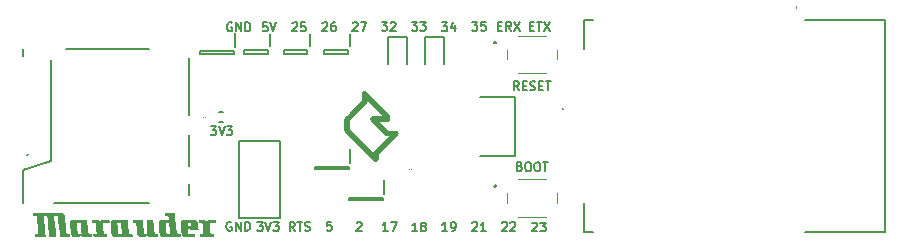
<source format=gbr>
%TF.GenerationSoftware,KiCad,Pcbnew,(6.0.8)*%
%TF.CreationDate,2023-01-02T13:08:22-05:00*%
%TF.ProjectId,WiFi-Devboard-Pro,57694669-2d44-4657-9662-6f6172642d50,rev?*%
%TF.SameCoordinates,Original*%
%TF.FileFunction,Legend,Top*%
%TF.FilePolarity,Positive*%
%FSLAX46Y46*%
G04 Gerber Fmt 4.6, Leading zero omitted, Abs format (unit mm)*
G04 Created by KiCad (PCBNEW (6.0.8)) date 2023-01-02 13:08:22*
%MOMM*%
%LPD*%
G01*
G04 APERTURE LIST*
%ADD10C,0.000000*%
%ADD11C,0.150000*%
%ADD12C,0.200000*%
%ADD13C,0.100000*%
G04 APERTURE END LIST*
D10*
G36*
X122559859Y-108083539D02*
G01*
X122559515Y-108068957D01*
X122559436Y-108055605D01*
X122559624Y-108043385D01*
X122560078Y-108032200D01*
X122560799Y-108021951D01*
X122561787Y-108012540D01*
X122563044Y-108003869D01*
X122564568Y-107995840D01*
X122566361Y-107988355D01*
X122568422Y-107981316D01*
X122570754Y-107974625D01*
X122573355Y-107968184D01*
X122576226Y-107961895D01*
X122579368Y-107955659D01*
X122582781Y-107949379D01*
X122586466Y-107942957D01*
X122594652Y-107929293D01*
X122609810Y-107905417D01*
X122624239Y-107884318D01*
X122638517Y-107865824D01*
X122653224Y-107849765D01*
X122668942Y-107835972D01*
X122686249Y-107824272D01*
X122705725Y-107814496D01*
X122727949Y-107806473D01*
X122753503Y-107800033D01*
X122782965Y-107795004D01*
X122816916Y-107791217D01*
X122855935Y-107788501D01*
X122900602Y-107786686D01*
X122951497Y-107785600D01*
X123074289Y-107784936D01*
X123407241Y-107784936D01*
X123400256Y-107638251D01*
X123393271Y-107493894D01*
X123251242Y-107486909D01*
X123109214Y-107479924D01*
X123092915Y-107372821D01*
X123087786Y-107329092D01*
X123083311Y-107288419D01*
X123081524Y-107270729D01*
X123080146Y-107255604D01*
X123079259Y-107243644D01*
X123078945Y-107235449D01*
X123079973Y-107230863D01*
X123083242Y-107226695D01*
X123089029Y-107222931D01*
X123097608Y-107219551D01*
X123109257Y-107216540D01*
X123124252Y-107213880D01*
X123165385Y-107209547D01*
X123223216Y-107206413D01*
X123299955Y-107204344D01*
X123397814Y-107203203D01*
X123519001Y-107202853D01*
X123956727Y-107202853D01*
X123986996Y-107533476D01*
X124066159Y-108413586D01*
X124115054Y-108960744D01*
X124257083Y-108967729D01*
X124281729Y-108969002D01*
X124303422Y-108970271D01*
X124322373Y-108971643D01*
X124338793Y-108973223D01*
X124346120Y-108974124D01*
X124352893Y-108975116D01*
X124359140Y-108976213D01*
X124364886Y-108977429D01*
X124370158Y-108978776D01*
X124374983Y-108980267D01*
X124379386Y-108981916D01*
X124383395Y-108983736D01*
X124387035Y-108985741D01*
X124390333Y-108987942D01*
X124393316Y-108990355D01*
X124396009Y-108992991D01*
X124398440Y-108995864D01*
X124400635Y-108998987D01*
X124402621Y-109002374D01*
X124404422Y-109006037D01*
X124406067Y-109009991D01*
X124407582Y-109014247D01*
X124408992Y-109018820D01*
X124410325Y-109023723D01*
X124412864Y-109034569D01*
X124415410Y-109046892D01*
X124418015Y-109062631D01*
X124420539Y-109079817D01*
X124422899Y-109097929D01*
X124425013Y-109116451D01*
X124426801Y-109134864D01*
X124428178Y-109152650D01*
X124429065Y-109169289D01*
X124429379Y-109184264D01*
X124429379Y-109251786D01*
X123544612Y-109251786D01*
X123544612Y-109170294D01*
X123544532Y-109162089D01*
X123544298Y-109154091D01*
X123543921Y-109146346D01*
X123543411Y-109138898D01*
X123542779Y-109131791D01*
X123542034Y-109125069D01*
X123541186Y-109118777D01*
X123540247Y-109112959D01*
X123539225Y-109107659D01*
X123538132Y-109102923D01*
X123536978Y-109098793D01*
X123535772Y-109095315D01*
X123535153Y-109093834D01*
X123534526Y-109092532D01*
X123533890Y-109091416D01*
X123533248Y-109090490D01*
X123532601Y-109089760D01*
X123531951Y-109089232D01*
X123531297Y-109088911D01*
X123530643Y-109088803D01*
X123529682Y-109088917D01*
X123528548Y-109089258D01*
X123525786Y-109090594D01*
X123522396Y-109092762D01*
X123518419Y-109095715D01*
X123513896Y-109099404D01*
X123508869Y-109103782D01*
X123497463Y-109114414D01*
X123484530Y-109127229D01*
X123470396Y-109141845D01*
X123455390Y-109157879D01*
X123439837Y-109174951D01*
X123363002Y-109263427D01*
X122843784Y-109263427D01*
X122739009Y-109153996D01*
X122728266Y-109142138D01*
X122717895Y-109130185D01*
X122707939Y-109118205D01*
X122698445Y-109106265D01*
X122689455Y-109094435D01*
X122681014Y-109082782D01*
X122673167Y-109071374D01*
X122665957Y-109060280D01*
X122659430Y-109049569D01*
X122653629Y-109039307D01*
X122648599Y-109029564D01*
X122644384Y-109020408D01*
X122641028Y-109011906D01*
X122638576Y-109004128D01*
X122637073Y-108997140D01*
X122636691Y-108993965D01*
X122636562Y-108991013D01*
X122622301Y-108816096D01*
X122592324Y-108471794D01*
X122577813Y-108318606D01*
X122572121Y-108256259D01*
X122567476Y-108202362D01*
X122563882Y-108156133D01*
X122562480Y-108135649D01*
X122561342Y-108116787D01*
X122561163Y-108113231D01*
X123148795Y-108113231D01*
X123151915Y-108166514D01*
X123160218Y-108266646D01*
X123186048Y-108542517D01*
X123213625Y-108810967D01*
X123224111Y-108901822D01*
X123230287Y-108942118D01*
X123232115Y-108945911D01*
X123234976Y-108949434D01*
X123238866Y-108952692D01*
X123243784Y-108955687D01*
X123249725Y-108958423D01*
X123256685Y-108960903D01*
X123264662Y-108963131D01*
X123273652Y-108965110D01*
X123283652Y-108966843D01*
X123294657Y-108968334D01*
X123306666Y-108969586D01*
X123319673Y-108970603D01*
X123348673Y-108971945D01*
X123381629Y-108972386D01*
X123402383Y-108972299D01*
X123421056Y-108972017D01*
X123437751Y-108971511D01*
X123445389Y-108971164D01*
X123452570Y-108970749D01*
X123459308Y-108970262D01*
X123465616Y-108969700D01*
X123471506Y-108969058D01*
X123476991Y-108968334D01*
X123482083Y-108967522D01*
X123486796Y-108966620D01*
X123491143Y-108965623D01*
X123495135Y-108964528D01*
X123498787Y-108963330D01*
X123502110Y-108962026D01*
X123505118Y-108960612D01*
X123507823Y-108959084D01*
X123510238Y-108957439D01*
X123512376Y-108955672D01*
X123514250Y-108953780D01*
X123515872Y-108951758D01*
X123517255Y-108949604D01*
X123518413Y-108947312D01*
X123519357Y-108944880D01*
X123520101Y-108942304D01*
X123520658Y-108939579D01*
X123521039Y-108936702D01*
X123521259Y-108933669D01*
X123521329Y-108930476D01*
X123518491Y-108886056D01*
X123510851Y-108793395D01*
X123486404Y-108518361D01*
X123461957Y-108246237D01*
X123454317Y-108156560D01*
X123452216Y-108129143D01*
X123451479Y-108115559D01*
X123450930Y-108112176D01*
X123449273Y-108109011D01*
X123446491Y-108106064D01*
X123442566Y-108103335D01*
X123437481Y-108100825D01*
X123431220Y-108098533D01*
X123423764Y-108096460D01*
X123415099Y-108094604D01*
X123405205Y-108092967D01*
X123394066Y-108091548D01*
X123381666Y-108090348D01*
X123367986Y-108089366D01*
X123336722Y-108088056D01*
X123300137Y-108087619D01*
X123282322Y-108087728D01*
X123265558Y-108088051D01*
X123249857Y-108088586D01*
X123235235Y-108089329D01*
X123221704Y-108090277D01*
X123209278Y-108091426D01*
X123197970Y-108092772D01*
X123187795Y-108094313D01*
X123178766Y-108096045D01*
X123174685Y-108096982D01*
X123170896Y-108097965D01*
X123167401Y-108098994D01*
X123164200Y-108100069D01*
X123161296Y-108101189D01*
X123158691Y-108102353D01*
X123156385Y-108103562D01*
X123154382Y-108104815D01*
X123152682Y-108106111D01*
X123151287Y-108107451D01*
X123150199Y-108108833D01*
X123149420Y-108110257D01*
X123148952Y-108111723D01*
X123148795Y-108113231D01*
X122561163Y-108113231D01*
X122560468Y-108099450D01*
X122559859Y-108083539D01*
G37*
G36*
X126240822Y-107789593D02*
G01*
X126513237Y-107796578D01*
X126520221Y-107882726D01*
X126521147Y-107891777D01*
X126522172Y-107900566D01*
X126523286Y-107909047D01*
X126524478Y-107917178D01*
X126525739Y-107924913D01*
X126527057Y-107932207D01*
X126528423Y-107939018D01*
X126529827Y-107945300D01*
X126531257Y-107951009D01*
X126532705Y-107956100D01*
X126534160Y-107960530D01*
X126535611Y-107964254D01*
X126536332Y-107965837D01*
X126537049Y-107967227D01*
X126537759Y-107968419D01*
X126538463Y-107969406D01*
X126539157Y-107970184D01*
X126539842Y-107970746D01*
X126540516Y-107971088D01*
X126541178Y-107971203D01*
X126542888Y-107970719D01*
X126545370Y-107969302D01*
X126548575Y-107966997D01*
X126552455Y-107963854D01*
X126562050Y-107955241D01*
X126573773Y-107943845D01*
X126587243Y-107930047D01*
X126602077Y-107914231D01*
X126617894Y-107896778D01*
X126634310Y-107878069D01*
X126715802Y-107784936D01*
X127425944Y-107784936D01*
X127439913Y-107917651D01*
X127442305Y-107944399D01*
X127444206Y-107970111D01*
X127445562Y-107994186D01*
X127446317Y-108016023D01*
X127446452Y-108025915D01*
X127446417Y-108035022D01*
X127446204Y-108043271D01*
X127445808Y-108050584D01*
X127445220Y-108056888D01*
X127444434Y-108062107D01*
X127443444Y-108066167D01*
X127442870Y-108067739D01*
X127442242Y-108068992D01*
X127439511Y-108070736D01*
X127434034Y-108072467D01*
X127415430Y-108075832D01*
X127387604Y-108078979D01*
X127351728Y-108081798D01*
X127308977Y-108084181D01*
X127260523Y-108086019D01*
X127207540Y-108087201D01*
X127151201Y-108087619D01*
X126874128Y-108087619D01*
X126874128Y-108185409D01*
X126874865Y-108212408D01*
X126876966Y-108250348D01*
X126884606Y-108352176D01*
X126895738Y-108477142D01*
X126909054Y-108611494D01*
X126933501Y-108846365D01*
X126941141Y-108921563D01*
X126943978Y-108953759D01*
X126944168Y-108954632D01*
X126944730Y-108955504D01*
X126946939Y-108957242D01*
X126950532Y-108958967D01*
X126955438Y-108960671D01*
X126961586Y-108962348D01*
X126968903Y-108963991D01*
X126986762Y-108967147D01*
X127008440Y-108970085D01*
X127033365Y-108972750D01*
X127060964Y-108975087D01*
X127090664Y-108977042D01*
X127235020Y-108984027D01*
X127242005Y-109116742D01*
X127248991Y-109251786D01*
X126664578Y-109251786D01*
X126503196Y-109251531D01*
X126434483Y-109251172D01*
X126373246Y-109250622D01*
X126319103Y-109249853D01*
X126271673Y-109248839D01*
X126230572Y-109247552D01*
X126195420Y-109245965D01*
X126165833Y-109244050D01*
X126141431Y-109241781D01*
X126131055Y-109240505D01*
X126121831Y-109239130D01*
X126113713Y-109237653D01*
X126106652Y-109236070D01*
X126100600Y-109234377D01*
X126095510Y-109232573D01*
X126091334Y-109230652D01*
X126088025Y-109228612D01*
X126085534Y-109226449D01*
X126083814Y-109224160D01*
X126082817Y-109221741D01*
X126082495Y-109219189D01*
X126082181Y-109210990D01*
X126081294Y-109198998D01*
X126078130Y-109165928D01*
X126068526Y-109079489D01*
X126052227Y-108972386D01*
X126338611Y-108972386D01*
X126338611Y-108883909D01*
X126336965Y-108835273D01*
X126332427Y-108761999D01*
X126317075Y-108568711D01*
X126297357Y-108358397D01*
X126278076Y-108185409D01*
X126266434Y-108087619D01*
X126143032Y-108087619D01*
X126130794Y-108087485D01*
X126118580Y-108087087D01*
X126106468Y-108086437D01*
X126094537Y-108085546D01*
X126082865Y-108084422D01*
X126071531Y-108083076D01*
X126060613Y-108081519D01*
X126050190Y-108079761D01*
X126040339Y-108077812D01*
X126031140Y-108075682D01*
X126022671Y-108073381D01*
X126015010Y-108070921D01*
X126008236Y-108068310D01*
X126002427Y-108065559D01*
X125997662Y-108062679D01*
X125995695Y-108061193D01*
X125994019Y-108059679D01*
X125991019Y-108056035D01*
X125988139Y-108051266D01*
X125985388Y-108045447D01*
X125982777Y-108038651D01*
X125980316Y-108030956D01*
X125978016Y-108022435D01*
X125975886Y-108013164D01*
X125973937Y-108003217D01*
X125972178Y-107992670D01*
X125970621Y-107981598D01*
X125968152Y-107958178D01*
X125966610Y-107933558D01*
X125966078Y-107908337D01*
X125966078Y-107782608D01*
X126240822Y-107789593D01*
G37*
G36*
X118489668Y-107978448D02*
G01*
X118492129Y-107959561D01*
X118494659Y-107954059D01*
X118497850Y-107948074D01*
X118501655Y-107941665D01*
X118506026Y-107934895D01*
X118510916Y-107927825D01*
X118516277Y-107920516D01*
X118522060Y-107913029D01*
X118528218Y-107905427D01*
X118534704Y-107897770D01*
X118541470Y-107890120D01*
X118548468Y-107882538D01*
X118555649Y-107875086D01*
X118562967Y-107867825D01*
X118570374Y-107860816D01*
X118577822Y-107854121D01*
X118585263Y-107847801D01*
X118659769Y-107784936D01*
X119297732Y-107784936D01*
X119476223Y-107785191D01*
X119552006Y-107785550D01*
X119619406Y-107786100D01*
X119678866Y-107786869D01*
X119730830Y-107787883D01*
X119775740Y-107789170D01*
X119814040Y-107790757D01*
X119846174Y-107792671D01*
X119872585Y-107794940D01*
X119883783Y-107796217D01*
X119893716Y-107797592D01*
X119902440Y-107799069D01*
X119910011Y-107800652D01*
X119916484Y-107802344D01*
X119921913Y-107804149D01*
X119926355Y-107806070D01*
X119929866Y-107808110D01*
X119932499Y-107810273D01*
X119934312Y-107812562D01*
X119935359Y-107814981D01*
X119935696Y-107817533D01*
X119950757Y-108020098D01*
X119984590Y-108397288D01*
X120020170Y-108765746D01*
X120033295Y-108889403D01*
X120040471Y-108942118D01*
X120042297Y-108945911D01*
X120045150Y-108949434D01*
X120049019Y-108952692D01*
X120053895Y-108955687D01*
X120059766Y-108958423D01*
X120066623Y-108960903D01*
X120074456Y-108963131D01*
X120083254Y-108965110D01*
X120093007Y-108966843D01*
X120103704Y-108968334D01*
X120115336Y-108969586D01*
X120127892Y-108970603D01*
X120155737Y-108971945D01*
X120187156Y-108972386D01*
X120324528Y-108972386D01*
X120340825Y-109060863D01*
X120343431Y-109078989D01*
X120345955Y-109098043D01*
X120348316Y-109117425D01*
X120350430Y-109136533D01*
X120352217Y-109154769D01*
X120353595Y-109171531D01*
X120354482Y-109186220D01*
X120354795Y-109198234D01*
X120354795Y-109251786D01*
X119472358Y-109251786D01*
X119456059Y-109167966D01*
X119439761Y-109081817D01*
X119365254Y-109172623D01*
X119288419Y-109263427D01*
X118773857Y-109263427D01*
X118680724Y-109172623D01*
X118670773Y-109162948D01*
X118661033Y-109153177D01*
X118651553Y-109143380D01*
X118642380Y-109133623D01*
X118633561Y-109123975D01*
X118625145Y-109114505D01*
X118617178Y-109105280D01*
X118609710Y-109096370D01*
X118602788Y-109087841D01*
X118596459Y-109079762D01*
X118590771Y-109072202D01*
X118585772Y-109065228D01*
X118581510Y-109058909D01*
X118578032Y-109053314D01*
X118575386Y-109048509D01*
X118573621Y-109044564D01*
X118567897Y-109018310D01*
X118561333Y-108974450D01*
X118546481Y-108844255D01*
X118530647Y-108674659D01*
X118515413Y-108486346D01*
X118502361Y-108299998D01*
X118493075Y-108136296D01*
X118492778Y-108127201D01*
X119074213Y-108127201D01*
X119077050Y-108173804D01*
X119084690Y-108269520D01*
X119109138Y-108553286D01*
X119133585Y-108829484D01*
X119141225Y-108917052D01*
X119144063Y-108953759D01*
X119144266Y-108954837D01*
X119144868Y-108955887D01*
X119147228Y-108957902D01*
X119151061Y-108959801D01*
X119156286Y-108961581D01*
X119162821Y-108963238D01*
X119170584Y-108964769D01*
X119189465Y-108967438D01*
X119212275Y-108969562D01*
X119238360Y-108971112D01*
X119267064Y-108972063D01*
X119297732Y-108972386D01*
X119453731Y-108972386D01*
X119439761Y-108848984D01*
X119422298Y-108669702D01*
X119397851Y-108406601D01*
X119369911Y-108087619D01*
X119223226Y-108087619D01*
X119200832Y-108087706D01*
X119180724Y-108087983D01*
X119162786Y-108088479D01*
X119154593Y-108088817D01*
X119146900Y-108089220D01*
X119139691Y-108089691D01*
X119132952Y-108090234D01*
X119126668Y-108090852D01*
X119120825Y-108091548D01*
X119115408Y-108092326D01*
X119110403Y-108093190D01*
X119105795Y-108094142D01*
X119101570Y-108095186D01*
X119097714Y-108096326D01*
X119094211Y-108097565D01*
X119091048Y-108098906D01*
X119088210Y-108100352D01*
X119085682Y-108101908D01*
X119083450Y-108103576D01*
X119081499Y-108105361D01*
X119079815Y-108107264D01*
X119078384Y-108109291D01*
X119077190Y-108111444D01*
X119076220Y-108113726D01*
X119075459Y-108116141D01*
X119074892Y-108118693D01*
X119074505Y-108121384D01*
X119074283Y-108124219D01*
X119074213Y-108127201D01*
X118492778Y-108127201D01*
X118489137Y-108015923D01*
X118489668Y-107978448D01*
G37*
G36*
X113178873Y-107184226D02*
G01*
X114405904Y-107191211D01*
X114489724Y-107256404D01*
X114498500Y-107263214D01*
X114507323Y-107270502D01*
X114516133Y-107278198D01*
X114524868Y-107286236D01*
X114533466Y-107294547D01*
X114541866Y-107303062D01*
X114550007Y-107311713D01*
X114557828Y-107320433D01*
X114565267Y-107329153D01*
X114572262Y-107337805D01*
X114578752Y-107346320D01*
X114584677Y-107354631D01*
X114589973Y-107362668D01*
X114594581Y-107370365D01*
X114598439Y-107377653D01*
X114601484Y-107384462D01*
X114607864Y-107412612D01*
X114616291Y-107468646D01*
X114637864Y-107651057D01*
X114663367Y-107905063D01*
X114689961Y-108204036D01*
X114755154Y-108960744D01*
X114906496Y-108972386D01*
X115057837Y-108984027D01*
X115064823Y-109116742D01*
X115071808Y-109251786D01*
X114641066Y-109251786D01*
X114499438Y-109251681D01*
X114441952Y-109251433D01*
X114392516Y-109250949D01*
X114370621Y-109250594D01*
X114350502Y-109250152D01*
X114332081Y-109249611D01*
X114315281Y-109248962D01*
X114300022Y-109248195D01*
X114286227Y-109247301D01*
X114273816Y-109246270D01*
X114262712Y-109245092D01*
X114252835Y-109243757D01*
X114244108Y-109242255D01*
X114236451Y-109240576D01*
X114233000Y-109239668D01*
X114229788Y-109238712D01*
X114226803Y-109237706D01*
X114224038Y-109236651D01*
X114221481Y-109235544D01*
X114219124Y-109234384D01*
X114216955Y-109233170D01*
X114214967Y-109231902D01*
X114213148Y-109230576D01*
X114211488Y-109229194D01*
X114209979Y-109227752D01*
X114208610Y-109226250D01*
X114207372Y-109224687D01*
X114206254Y-109223062D01*
X114205247Y-109221373D01*
X114204341Y-109219619D01*
X114202793Y-109215910D01*
X114201532Y-109211928D01*
X114200479Y-109207661D01*
X114199555Y-109203099D01*
X114198683Y-109198234D01*
X114189042Y-109120490D01*
X114172198Y-108946483D01*
X114126504Y-108413586D01*
X114080811Y-107866719D01*
X114063967Y-107677214D01*
X114054326Y-107580043D01*
X114040356Y-107482253D01*
X113891343Y-107482253D01*
X113876240Y-107482333D01*
X113861543Y-107482571D01*
X113847330Y-107482959D01*
X113833680Y-107483490D01*
X113820671Y-107484157D01*
X113808382Y-107484954D01*
X113796891Y-107485874D01*
X113786277Y-107486909D01*
X113776617Y-107488054D01*
X113767991Y-107489301D01*
X113760477Y-107490644D01*
X113754153Y-107492075D01*
X113749098Y-107493588D01*
X113747070Y-107494374D01*
X113745390Y-107495177D01*
X113744065Y-107495997D01*
X113743107Y-107496833D01*
X113742525Y-107497685D01*
X113742329Y-107498551D01*
X113812179Y-108318124D01*
X113839792Y-108634195D01*
X113861947Y-108903118D01*
X113876681Y-109096079D01*
X113882029Y-109184264D01*
X113882029Y-109251786D01*
X113590988Y-109251786D01*
X113544745Y-109251724D01*
X113503611Y-109251513D01*
X113467294Y-109251111D01*
X113450849Y-109250825D01*
X113435499Y-109250476D01*
X113421205Y-109250059D01*
X113407933Y-109249569D01*
X113395644Y-109249000D01*
X113384303Y-109248348D01*
X113373872Y-109247607D01*
X113364315Y-109246772D01*
X113355596Y-109245838D01*
X113347677Y-109244801D01*
X113340522Y-109243654D01*
X113334094Y-109242393D01*
X113328358Y-109241012D01*
X113323275Y-109239507D01*
X113318809Y-109237873D01*
X113316796Y-109237005D01*
X113314924Y-109236104D01*
X113313188Y-109235167D01*
X113311583Y-109234194D01*
X113310106Y-109233186D01*
X113308750Y-109232140D01*
X113307512Y-109231057D01*
X113306387Y-109229936D01*
X113305371Y-109228776D01*
X113304458Y-109227577D01*
X113303645Y-109226338D01*
X113302927Y-109225057D01*
X113302298Y-109223736D01*
X113301756Y-109222372D01*
X113301294Y-109220966D01*
X113300909Y-109219517D01*
X113300350Y-109216486D01*
X113300041Y-109213274D01*
X113299946Y-109209876D01*
X113277608Y-108916142D01*
X113227768Y-108342572D01*
X113176181Y-107777733D01*
X113148604Y-107510193D01*
X113146777Y-107506809D01*
X113143916Y-107503644D01*
X113140025Y-107500697D01*
X113135107Y-107497969D01*
X113129166Y-107495459D01*
X113122206Y-107493167D01*
X113114229Y-107491093D01*
X113105239Y-107489238D01*
X113095240Y-107487600D01*
X113084234Y-107486182D01*
X113072226Y-107484981D01*
X113059218Y-107483999D01*
X113030219Y-107482689D01*
X112997263Y-107482253D01*
X112951151Y-107482384D01*
X112932494Y-107482698D01*
X112916499Y-107483308D01*
X112909434Y-107483755D01*
X112902958Y-107484313D01*
X112897045Y-107484995D01*
X112891669Y-107485813D01*
X112886805Y-107486780D01*
X112882426Y-107487907D01*
X112878508Y-107489207D01*
X112875025Y-107490693D01*
X112871951Y-107492376D01*
X112869261Y-107494270D01*
X112866929Y-107496386D01*
X112864930Y-107498737D01*
X112863237Y-107501336D01*
X112861826Y-107504194D01*
X112860671Y-107507324D01*
X112859745Y-107510738D01*
X112859025Y-107514449D01*
X112858483Y-107518470D01*
X112858096Y-107522811D01*
X112857835Y-107527487D01*
X112857597Y-107537889D01*
X112857563Y-107549774D01*
X112863238Y-107638906D01*
X112878518Y-107831503D01*
X112927413Y-108413586D01*
X112955025Y-108724309D01*
X112977181Y-108981990D01*
X112991915Y-109159780D01*
X112997263Y-109230831D01*
X112995058Y-109232985D01*
X112988572Y-109235074D01*
X112963538Y-109239016D01*
X112923715Y-109242577D01*
X112870659Y-109245674D01*
X112805925Y-109248225D01*
X112731069Y-109250149D01*
X112557208Y-109251786D01*
X112119481Y-109251786D01*
X112105511Y-109133041D01*
X112103873Y-109120447D01*
X112102451Y-109108034D01*
X112101239Y-109095873D01*
X112100236Y-109084037D01*
X112099437Y-109072596D01*
X112098840Y-109061622D01*
X112098440Y-109051187D01*
X112098235Y-109041363D01*
X112098221Y-109032220D01*
X112098394Y-109023832D01*
X112098752Y-109016269D01*
X112099290Y-109009603D01*
X112100006Y-109003905D01*
X112100895Y-108999248D01*
X112101955Y-108995703D01*
X112102548Y-108994369D01*
X112103183Y-108993341D01*
X112105135Y-108991187D01*
X112108326Y-108989098D01*
X112112683Y-108987084D01*
X112118135Y-108985155D01*
X112124610Y-108983322D01*
X112132037Y-108981595D01*
X112140343Y-108979983D01*
X112149458Y-108978498D01*
X112169827Y-108975947D01*
X112192569Y-108974023D01*
X112217112Y-108972809D01*
X112242883Y-108972386D01*
X112368613Y-108972386D01*
X112368613Y-108883909D01*
X112355843Y-108679598D01*
X112325830Y-108297169D01*
X112291014Y-107888547D01*
X112263838Y-107605654D01*
X112249868Y-107484581D01*
X111961154Y-107470611D01*
X111947184Y-107342553D01*
X111944788Y-107316673D01*
X111942855Y-107291802D01*
X111941414Y-107268514D01*
X111940490Y-107247382D01*
X111940113Y-107228978D01*
X111940137Y-107220978D01*
X111940309Y-107213876D01*
X111940630Y-107207742D01*
X111941104Y-107202648D01*
X111941736Y-107198666D01*
X111942528Y-107195868D01*
X111970058Y-107192598D01*
X112044028Y-107189792D01*
X112310986Y-107185681D01*
X112702801Y-107183753D01*
X113178873Y-107184226D01*
G37*
G36*
X115067018Y-107978448D02*
G01*
X115069479Y-107959561D01*
X115072009Y-107954059D01*
X115075200Y-107948074D01*
X115079005Y-107941665D01*
X115083376Y-107934895D01*
X115088266Y-107927825D01*
X115093626Y-107920516D01*
X115099410Y-107913029D01*
X115105568Y-107905427D01*
X115112054Y-107897770D01*
X115118820Y-107890120D01*
X115125817Y-107882538D01*
X115132999Y-107875086D01*
X115140317Y-107867825D01*
X115147724Y-107860816D01*
X115155172Y-107854121D01*
X115162613Y-107847801D01*
X115237119Y-107784936D01*
X115875083Y-107784936D01*
X116053573Y-107785191D01*
X116129356Y-107785550D01*
X116196756Y-107786100D01*
X116256216Y-107786869D01*
X116308180Y-107787883D01*
X116353090Y-107789170D01*
X116391390Y-107790757D01*
X116423524Y-107792671D01*
X116449935Y-107794940D01*
X116461133Y-107796217D01*
X116471066Y-107797592D01*
X116479791Y-107799069D01*
X116487361Y-107800652D01*
X116493834Y-107802344D01*
X116499263Y-107804149D01*
X116503706Y-107806070D01*
X116507216Y-107808110D01*
X116509850Y-107810273D01*
X116511662Y-107812562D01*
X116512709Y-107814981D01*
X116513046Y-107817533D01*
X116528107Y-108020098D01*
X116561941Y-108397288D01*
X116597521Y-108765746D01*
X116610645Y-108889403D01*
X116617821Y-108942118D01*
X116619647Y-108945911D01*
X116622500Y-108949434D01*
X116626370Y-108952692D01*
X116631245Y-108955687D01*
X116637117Y-108958423D01*
X116643974Y-108960903D01*
X116651806Y-108963131D01*
X116660604Y-108965110D01*
X116670357Y-108966843D01*
X116681054Y-108968334D01*
X116692686Y-108969586D01*
X116705242Y-108970603D01*
X116733087Y-108971945D01*
X116764506Y-108972386D01*
X116901877Y-108972386D01*
X116918176Y-109060863D01*
X116920782Y-109078989D01*
X116923305Y-109098043D01*
X116925665Y-109117425D01*
X116927780Y-109136533D01*
X116929567Y-109154769D01*
X116930945Y-109171531D01*
X116931832Y-109186220D01*
X116932146Y-109198234D01*
X116932146Y-109251786D01*
X116049707Y-109251786D01*
X116033409Y-109167966D01*
X116017111Y-109081817D01*
X115942604Y-109172623D01*
X115865769Y-109263427D01*
X115351208Y-109263427D01*
X115258074Y-109172623D01*
X115248123Y-109162948D01*
X115238383Y-109153177D01*
X115228903Y-109143380D01*
X115219729Y-109133623D01*
X115210911Y-109123975D01*
X115202494Y-109114505D01*
X115194528Y-109105280D01*
X115187060Y-109096370D01*
X115180137Y-109087841D01*
X115173808Y-109079762D01*
X115168121Y-109072202D01*
X115163122Y-109065228D01*
X115158860Y-109058909D01*
X115155382Y-109053314D01*
X115152736Y-109048509D01*
X115150971Y-109044564D01*
X115145246Y-109018310D01*
X115138683Y-108974450D01*
X115123831Y-108844255D01*
X115107997Y-108674659D01*
X115092762Y-108486346D01*
X115079711Y-108299998D01*
X115070425Y-108136296D01*
X115070127Y-108127201D01*
X115651563Y-108127201D01*
X115654400Y-108173804D01*
X115662040Y-108269520D01*
X115686487Y-108553286D01*
X115710935Y-108829484D01*
X115718575Y-108917052D01*
X115721412Y-108953759D01*
X115721615Y-108954837D01*
X115722217Y-108955887D01*
X115724577Y-108957902D01*
X115728411Y-108959801D01*
X115733636Y-108961581D01*
X115740171Y-108963238D01*
X115747934Y-108964769D01*
X115766815Y-108967438D01*
X115789625Y-108969562D01*
X115815710Y-108971112D01*
X115844414Y-108972063D01*
X115875083Y-108972386D01*
X116031081Y-108972386D01*
X116017111Y-108848984D01*
X115999648Y-108669702D01*
X115975201Y-108406601D01*
X115947261Y-108087619D01*
X115800576Y-108087619D01*
X115778183Y-108087706D01*
X115758075Y-108087983D01*
X115740136Y-108088479D01*
X115731944Y-108088817D01*
X115724250Y-108089220D01*
X115717041Y-108089691D01*
X115710302Y-108090234D01*
X115704018Y-108090852D01*
X115698175Y-108091548D01*
X115692758Y-108092326D01*
X115687753Y-108093190D01*
X115683145Y-108094142D01*
X115678920Y-108095186D01*
X115675064Y-108096326D01*
X115671561Y-108097565D01*
X115668398Y-108098906D01*
X115665560Y-108100352D01*
X115663032Y-108101908D01*
X115660800Y-108103576D01*
X115658849Y-108105361D01*
X115657165Y-108107264D01*
X115655734Y-108109291D01*
X115654540Y-108111444D01*
X115653570Y-108113726D01*
X115652809Y-108116141D01*
X115652242Y-108118693D01*
X115651855Y-108121384D01*
X115651633Y-108124219D01*
X115651563Y-108127201D01*
X115070127Y-108127201D01*
X115066487Y-108015923D01*
X115067018Y-107978448D01*
G37*
G36*
X117206889Y-107789593D02*
G01*
X117479304Y-107796578D01*
X117486289Y-107882726D01*
X117487215Y-107891777D01*
X117488240Y-107900566D01*
X117489353Y-107909047D01*
X117490545Y-107917178D01*
X117491806Y-107924913D01*
X117493124Y-107932207D01*
X117494490Y-107939018D01*
X117495893Y-107945300D01*
X117497324Y-107951009D01*
X117498772Y-107956100D01*
X117500227Y-107960530D01*
X117501678Y-107964254D01*
X117502399Y-107965837D01*
X117503115Y-107967227D01*
X117503826Y-107968419D01*
X117504529Y-107969406D01*
X117505224Y-107970184D01*
X117505909Y-107970746D01*
X117506582Y-107971088D01*
X117507244Y-107971203D01*
X117508955Y-107970719D01*
X117511437Y-107969302D01*
X117514642Y-107966997D01*
X117518522Y-107963854D01*
X117528117Y-107955241D01*
X117539841Y-107943845D01*
X117553311Y-107930047D01*
X117568145Y-107914231D01*
X117583961Y-107896778D01*
X117600378Y-107878069D01*
X117681869Y-107784936D01*
X118392011Y-107784936D01*
X118405981Y-107917651D01*
X118408373Y-107944399D01*
X118410274Y-107970111D01*
X118411629Y-107994186D01*
X118412384Y-108016023D01*
X118412519Y-108025915D01*
X118412484Y-108035022D01*
X118412271Y-108043271D01*
X118411875Y-108050584D01*
X118411287Y-108056888D01*
X118410501Y-108062107D01*
X118409511Y-108066167D01*
X118408937Y-108067739D01*
X118408309Y-108068992D01*
X118405578Y-108070736D01*
X118400101Y-108072467D01*
X118381497Y-108075832D01*
X118353671Y-108078979D01*
X118317795Y-108081798D01*
X118275044Y-108084181D01*
X118226590Y-108086019D01*
X118173607Y-108087201D01*
X118117267Y-108087619D01*
X117840196Y-108087619D01*
X117840196Y-108185409D01*
X117840933Y-108212408D01*
X117843034Y-108250348D01*
X117850674Y-108352176D01*
X117861806Y-108477142D01*
X117875121Y-108611494D01*
X117899569Y-108846365D01*
X117907208Y-108921563D01*
X117910046Y-108953759D01*
X117910236Y-108954632D01*
X117910798Y-108955504D01*
X117913007Y-108957242D01*
X117916600Y-108958967D01*
X117921506Y-108960671D01*
X117927654Y-108962348D01*
X117934971Y-108963991D01*
X117952829Y-108967147D01*
X117974508Y-108970085D01*
X117999433Y-108972750D01*
X118027031Y-108975087D01*
X118056731Y-108977042D01*
X118201088Y-108984027D01*
X118208073Y-109116742D01*
X118215058Y-109251786D01*
X117630646Y-109251786D01*
X117469263Y-109251531D01*
X117400550Y-109251172D01*
X117339313Y-109250622D01*
X117285170Y-109249853D01*
X117237739Y-109248839D01*
X117196639Y-109247552D01*
X117161486Y-109245965D01*
X117131900Y-109244050D01*
X117107498Y-109241781D01*
X117097122Y-109240505D01*
X117087898Y-109239130D01*
X117079780Y-109237653D01*
X117072719Y-109236070D01*
X117066667Y-109234377D01*
X117061577Y-109232573D01*
X117057401Y-109230652D01*
X117054092Y-109228612D01*
X117051601Y-109226449D01*
X117049881Y-109224160D01*
X117048884Y-109221741D01*
X117048562Y-109219189D01*
X117048248Y-109210990D01*
X117047362Y-109198998D01*
X117044196Y-109165928D01*
X117034592Y-109079489D01*
X117018294Y-108972386D01*
X117304679Y-108972386D01*
X117304679Y-108883909D01*
X117303033Y-108835273D01*
X117298495Y-108761999D01*
X117283142Y-108568711D01*
X117263424Y-108358397D01*
X117244143Y-108185409D01*
X117232501Y-108087619D01*
X117109099Y-108087619D01*
X117096861Y-108087485D01*
X117084647Y-108087087D01*
X117072535Y-108086437D01*
X117060604Y-108085546D01*
X117048933Y-108084422D01*
X117037598Y-108083076D01*
X117026680Y-108081519D01*
X117016257Y-108079761D01*
X117006406Y-108077812D01*
X116997207Y-108075682D01*
X116988738Y-108073381D01*
X116981077Y-108070921D01*
X116974303Y-108068310D01*
X116968494Y-108065559D01*
X116963729Y-108062679D01*
X116961762Y-108061193D01*
X116960086Y-108059679D01*
X116957086Y-108056035D01*
X116954206Y-108051266D01*
X116951455Y-108045447D01*
X116948844Y-108038651D01*
X116946383Y-108030956D01*
X116944083Y-108022435D01*
X116941953Y-108013164D01*
X116940004Y-108003217D01*
X116938246Y-107992670D01*
X116936689Y-107981598D01*
X116934219Y-107958178D01*
X116932678Y-107933558D01*
X116932146Y-107908337D01*
X116932146Y-107782608D01*
X117206889Y-107789593D01*
G37*
G36*
X124426387Y-108015923D02*
G01*
X124426918Y-107978448D01*
X124429379Y-107959561D01*
X124431909Y-107954059D01*
X124435100Y-107948074D01*
X124438905Y-107941665D01*
X124443276Y-107934895D01*
X124448166Y-107927825D01*
X124453526Y-107920516D01*
X124459310Y-107913029D01*
X124465468Y-107905427D01*
X124471954Y-107897770D01*
X124478719Y-107890120D01*
X124485717Y-107882538D01*
X124492899Y-107875086D01*
X124500217Y-107867825D01*
X124507623Y-107860816D01*
X124515071Y-107854121D01*
X124522512Y-107847801D01*
X124597019Y-107784936D01*
X125656410Y-107784936D01*
X125754201Y-107854786D01*
X125764232Y-107862388D01*
X125774201Y-107870307D01*
X125784047Y-107878478D01*
X125793710Y-107886837D01*
X125803126Y-107895319D01*
X125812236Y-107903858D01*
X125820978Y-107912391D01*
X125829289Y-107920852D01*
X125837110Y-107929177D01*
X125844378Y-107937301D01*
X125851032Y-107945158D01*
X125857011Y-107952685D01*
X125862253Y-107959816D01*
X125866697Y-107966487D01*
X125870282Y-107972632D01*
X125872946Y-107978187D01*
X125876416Y-107991112D01*
X125880627Y-108013367D01*
X125890736Y-108081071D01*
X125902209Y-108171694D01*
X125913983Y-108275632D01*
X125924992Y-108383281D01*
X125934174Y-108485037D01*
X125940463Y-108571294D01*
X125942796Y-108632449D01*
X125942226Y-108638239D01*
X125940313Y-108643409D01*
X125936749Y-108647991D01*
X125931227Y-108652022D01*
X125923440Y-108655534D01*
X125913082Y-108658561D01*
X125899845Y-108661138D01*
X125883423Y-108663300D01*
X125839794Y-108666510D01*
X125779739Y-108668466D01*
X125700803Y-108669439D01*
X125600529Y-108669702D01*
X125260594Y-108669702D01*
X125160476Y-108567256D01*
X125141775Y-108547581D01*
X125124919Y-108530457D01*
X125109843Y-108515871D01*
X125096483Y-108503809D01*
X125090426Y-108498720D01*
X125084774Y-108494257D01*
X125079518Y-108490418D01*
X125074650Y-108487201D01*
X125070163Y-108484605D01*
X125066048Y-108482629D01*
X125062297Y-108481269D01*
X125058902Y-108480525D01*
X125055855Y-108480396D01*
X125053148Y-108480878D01*
X125050772Y-108481971D01*
X125048720Y-108483672D01*
X125046984Y-108485981D01*
X125045555Y-108488895D01*
X125044425Y-108492413D01*
X125043586Y-108496533D01*
X125043030Y-108501253D01*
X125042750Y-108506571D01*
X125042736Y-108512487D01*
X125042981Y-108518997D01*
X125044215Y-108533797D01*
X125046387Y-108550957D01*
X125051007Y-108588429D01*
X125057155Y-108646419D01*
X125063740Y-108716633D01*
X125069670Y-108790776D01*
X125085969Y-108970057D01*
X125379338Y-108977042D01*
X125675037Y-108984027D01*
X125675037Y-109263427D01*
X124711108Y-109263427D01*
X124617975Y-109172623D01*
X124608023Y-109162948D01*
X124598283Y-109153177D01*
X124588803Y-109143380D01*
X124579629Y-109133623D01*
X124570810Y-109123975D01*
X124562394Y-109114505D01*
X124554428Y-109105280D01*
X124546959Y-109096370D01*
X124540037Y-109087841D01*
X124533708Y-109079762D01*
X124528020Y-109072202D01*
X124523021Y-109065228D01*
X124518759Y-109058909D01*
X124515282Y-109053314D01*
X124512636Y-109048509D01*
X124510871Y-109044564D01*
X124505147Y-109018310D01*
X124498583Y-108974450D01*
X124483731Y-108844255D01*
X124467896Y-108674659D01*
X124452662Y-108486346D01*
X124439611Y-108299998D01*
X124432450Y-108173768D01*
X125011462Y-108173768D01*
X125011634Y-108205866D01*
X125012290Y-108234213D01*
X125013642Y-108259040D01*
X125015901Y-108280580D01*
X125017436Y-108290189D01*
X125019278Y-108299063D01*
X125021453Y-108307231D01*
X125023986Y-108314723D01*
X125026905Y-108321566D01*
X125030236Y-108327790D01*
X125034004Y-108333424D01*
X125038238Y-108338497D01*
X125042963Y-108343038D01*
X125048205Y-108347076D01*
X125053991Y-108350640D01*
X125060348Y-108353759D01*
X125067302Y-108356461D01*
X125074879Y-108358777D01*
X125083105Y-108360734D01*
X125092008Y-108362362D01*
X125111948Y-108364748D01*
X125134909Y-108366164D01*
X125161104Y-108366844D01*
X125190744Y-108367019D01*
X125344413Y-108367019D01*
X125328116Y-108294841D01*
X125325510Y-108279002D01*
X125322986Y-108261553D01*
X125320626Y-108243067D01*
X125318511Y-108224118D01*
X125316724Y-108205277D01*
X125315346Y-108187119D01*
X125314459Y-108170216D01*
X125314145Y-108155141D01*
X125313850Y-108132854D01*
X125313148Y-108123836D01*
X125311780Y-108116105D01*
X125310778Y-108112691D01*
X125309527Y-108109561D01*
X125307998Y-108106702D01*
X125306164Y-108104104D01*
X125303998Y-108101753D01*
X125301472Y-108099637D01*
X125298557Y-108097743D01*
X125295227Y-108096059D01*
X125291454Y-108094574D01*
X125287210Y-108093274D01*
X125277196Y-108091180D01*
X125264966Y-108089680D01*
X125250298Y-108088674D01*
X125232969Y-108088064D01*
X125212758Y-108087751D01*
X125162803Y-108087619D01*
X125011462Y-108087619D01*
X125011462Y-108173768D01*
X124432450Y-108173768D01*
X124430325Y-108136296D01*
X124426387Y-108015923D01*
G37*
G36*
X121225592Y-107871084D02*
G01*
X121233560Y-107941443D01*
X121245674Y-108067246D01*
X121259972Y-108230593D01*
X121274487Y-108413586D01*
X121290154Y-108613409D01*
X121296542Y-108692544D01*
X121302464Y-108759234D01*
X121308290Y-108814533D01*
X121311283Y-108838239D01*
X121314392Y-108859494D01*
X121317663Y-108878427D01*
X121321142Y-108895171D01*
X121324877Y-108909857D01*
X121328912Y-108922618D01*
X121333296Y-108933584D01*
X121338074Y-108942889D01*
X121343293Y-108950663D01*
X121348999Y-108957038D01*
X121355239Y-108962146D01*
X121362059Y-108966119D01*
X121369505Y-108969088D01*
X121377625Y-108971185D01*
X121386465Y-108972542D01*
X121396071Y-108973291D01*
X121406489Y-108973564D01*
X121417766Y-108973491D01*
X121472395Y-108972386D01*
X121612096Y-108972386D01*
X121612096Y-108860626D01*
X121607439Y-108781244D01*
X121597543Y-108646419D01*
X121583282Y-108474923D01*
X121565529Y-108285527D01*
X121557362Y-108191567D01*
X121550395Y-108103117D01*
X121544738Y-108022199D01*
X121540499Y-107950830D01*
X121537789Y-107891030D01*
X121536716Y-107844818D01*
X121536827Y-107827438D01*
X121537389Y-107814213D01*
X121538414Y-107805394D01*
X121539105Y-107802716D01*
X121539917Y-107801234D01*
X121543085Y-107799543D01*
X121548994Y-107797965D01*
X121568439Y-107795159D01*
X121597052Y-107792844D01*
X121633633Y-107791048D01*
X121676980Y-107789797D01*
X121725893Y-107789120D01*
X121779172Y-107789042D01*
X121835616Y-107789593D01*
X122112687Y-107796578D01*
X122163911Y-108332094D01*
X122183702Y-108543609D01*
X122200000Y-108725000D01*
X122211060Y-108856624D01*
X122214079Y-108897634D01*
X122215134Y-108918834D01*
X122215705Y-108927493D01*
X122216648Y-108935173D01*
X122218117Y-108941933D01*
X122220264Y-108947829D01*
X122221640Y-108950472D01*
X122223243Y-108952921D01*
X122225093Y-108955183D01*
X122227208Y-108957265D01*
X122229608Y-108959176D01*
X122232312Y-108960921D01*
X122235339Y-108962509D01*
X122238709Y-108963946D01*
X122246551Y-108966397D01*
X122255994Y-108968334D01*
X122267189Y-108969814D01*
X122280291Y-108970894D01*
X122295453Y-108971634D01*
X122312828Y-108972090D01*
X122354833Y-108972386D01*
X122369118Y-108972467D01*
X122383106Y-108972709D01*
X122396718Y-108973107D01*
X122409877Y-108973659D01*
X122422504Y-108974361D01*
X122434520Y-108975210D01*
X122445848Y-108976202D01*
X122456408Y-108977334D01*
X122466122Y-108978602D01*
X122474912Y-108980003D01*
X122482699Y-108981534D01*
X122489405Y-108983191D01*
X122494951Y-108984971D01*
X122497265Y-108985905D01*
X122499259Y-108986870D01*
X122500925Y-108987863D01*
X122502251Y-108988885D01*
X122503229Y-108989935D01*
X122503848Y-108991013D01*
X122505210Y-108993374D01*
X122506672Y-108996915D01*
X122509850Y-109007238D01*
X122513302Y-109021381D01*
X122516944Y-109038743D01*
X122520696Y-109058725D01*
X122524475Y-109080726D01*
X122528199Y-109104146D01*
X122531787Y-109128384D01*
X122548086Y-109251786D01*
X122105703Y-109251786D01*
X121949791Y-109251554D01*
X121886785Y-109251003D01*
X121832815Y-109249930D01*
X121808999Y-109249144D01*
X121787180Y-109248162D01*
X121767270Y-109246963D01*
X121749181Y-109245524D01*
X121732827Y-109243824D01*
X121718120Y-109241842D01*
X121704972Y-109239555D01*
X121693297Y-109236943D01*
X121683006Y-109233982D01*
X121674012Y-109230652D01*
X121666229Y-109226930D01*
X121659568Y-109222795D01*
X121656631Y-109220566D01*
X121653942Y-109218226D01*
X121651490Y-109215771D01*
X121649263Y-109213199D01*
X121645446Y-109207695D01*
X121642401Y-109201690D01*
X121640041Y-109195164D01*
X121638280Y-109188094D01*
X121637030Y-109180458D01*
X121636202Y-109172236D01*
X121635711Y-109163405D01*
X121635469Y-109153943D01*
X121635379Y-109133041D01*
X121635285Y-109127352D01*
X121635004Y-109122072D01*
X121634541Y-109117200D01*
X121633901Y-109112736D01*
X121633090Y-109108680D01*
X121632110Y-109105031D01*
X121630968Y-109101789D01*
X121629668Y-109098953D01*
X121628214Y-109096522D01*
X121626611Y-109094498D01*
X121624864Y-109092878D01*
X121622978Y-109091663D01*
X121620957Y-109090852D01*
X121618806Y-109090445D01*
X121616530Y-109090441D01*
X121614133Y-109090840D01*
X121611620Y-109091641D01*
X121608996Y-109092845D01*
X121606265Y-109094450D01*
X121603433Y-109096456D01*
X121600503Y-109098863D01*
X121597481Y-109101670D01*
X121594370Y-109104878D01*
X121591177Y-109108484D01*
X121587905Y-109112490D01*
X121584560Y-109116894D01*
X121581145Y-109121697D01*
X121577666Y-109126897D01*
X121570534Y-109138489D01*
X121563201Y-109151667D01*
X121553750Y-109167250D01*
X121542823Y-109181704D01*
X121530361Y-109195046D01*
X121516307Y-109207293D01*
X121500601Y-109218462D01*
X121483187Y-109228571D01*
X121464006Y-109237636D01*
X121443001Y-109245674D01*
X121420112Y-109252703D01*
X121395283Y-109258739D01*
X121368456Y-109263800D01*
X121339572Y-109267902D01*
X121308573Y-109271063D01*
X121275401Y-109273300D01*
X121239999Y-109274630D01*
X121202309Y-109275069D01*
X121164713Y-109274623D01*
X121129539Y-109273245D01*
X121096643Y-109270879D01*
X121065883Y-109267466D01*
X121037114Y-109262947D01*
X121023432Y-109260255D01*
X121010194Y-109257266D01*
X120997382Y-109253970D01*
X120984979Y-109250363D01*
X120972966Y-109246436D01*
X120961326Y-109242181D01*
X120950041Y-109237593D01*
X120939092Y-109232663D01*
X120928463Y-109227384D01*
X120918134Y-109221749D01*
X120908088Y-109215751D01*
X120898308Y-109209383D01*
X120888775Y-109202637D01*
X120879471Y-109195506D01*
X120870378Y-109187982D01*
X120861480Y-109180059D01*
X120852757Y-109171730D01*
X120844191Y-109162986D01*
X120835766Y-109153822D01*
X120827462Y-109144228D01*
X120811149Y-109123728D01*
X120793009Y-109098052D01*
X120785247Y-109084836D01*
X120778225Y-109070685D01*
X120771844Y-109055088D01*
X120766006Y-109037534D01*
X120760611Y-109017510D01*
X120755560Y-108994505D01*
X120746097Y-108937506D01*
X120736824Y-108862445D01*
X120726952Y-108765228D01*
X120715688Y-108641763D01*
X120698498Y-108443477D01*
X120691520Y-108364963D01*
X120685128Y-108298806D01*
X120678955Y-108243959D01*
X120675835Y-108220450D01*
X120672632Y-108199375D01*
X120669298Y-108180604D01*
X120665790Y-108164006D01*
X120662059Y-108149450D01*
X120658061Y-108136805D01*
X120653749Y-108125941D01*
X120649078Y-108116726D01*
X120644000Y-108109030D01*
X120638470Y-108102722D01*
X120632443Y-108097670D01*
X120625871Y-108093744D01*
X120618710Y-108090814D01*
X120610912Y-108088747D01*
X120602433Y-108087414D01*
X120593225Y-108086683D01*
X120583243Y-108086424D01*
X120572440Y-108086505D01*
X120520108Y-108087619D01*
X120492543Y-108087471D01*
X120468216Y-108086869D01*
X120446924Y-108085578D01*
X120428466Y-108083363D01*
X120420237Y-108081835D01*
X120412641Y-108079988D01*
X120405653Y-108077792D01*
X120399248Y-108075218D01*
X120393400Y-108072237D01*
X120388085Y-108068818D01*
X120383277Y-108064933D01*
X120378952Y-108060552D01*
X120375084Y-108055646D01*
X120371647Y-108050186D01*
X120368617Y-108044141D01*
X120365969Y-108037483D01*
X120363677Y-108030182D01*
X120361716Y-108022208D01*
X120360062Y-108013533D01*
X120358688Y-108004127D01*
X120356683Y-107983003D01*
X120355500Y-107958601D01*
X120354938Y-107930687D01*
X120354795Y-107899024D01*
X120354795Y-107784936D01*
X121211623Y-107784936D01*
X121225592Y-107871084D01*
G37*
G36*
X138293646Y-99757260D02*
G01*
X138293716Y-99589110D01*
X138294038Y-99459938D01*
X138294346Y-99408210D01*
X138294780Y-99364116D01*
X138295361Y-99326952D01*
X138296110Y-99296015D01*
X138297048Y-99270602D01*
X138298196Y-99250009D01*
X138298855Y-99241299D01*
X138299575Y-99233531D01*
X138300358Y-99226616D01*
X138301206Y-99220467D01*
X138302123Y-99214994D01*
X138303110Y-99210111D01*
X138304171Y-99205730D01*
X138305309Y-99201762D01*
X138306524Y-99198119D01*
X138307822Y-99194714D01*
X138310671Y-99188265D01*
X138325608Y-99168877D01*
X138361788Y-99128761D01*
X138498506Y-98985756D01*
X138722086Y-98758074D01*
X139033788Y-98444539D01*
X139739879Y-97736655D01*
X139742568Y-97391674D01*
X139743495Y-97278753D01*
X139743950Y-97232797D01*
X139744444Y-97193113D01*
X139745011Y-97159152D01*
X139745686Y-97130365D01*
X139746503Y-97106203D01*
X139746975Y-97095686D01*
X139747496Y-97086119D01*
X139748069Y-97077434D01*
X139748698Y-97069562D01*
X139749389Y-97062435D01*
X139750145Y-97055985D01*
X139750971Y-97050143D01*
X139751871Y-97044839D01*
X139752848Y-97040006D01*
X139753908Y-97035575D01*
X139755055Y-97031478D01*
X139756292Y-97027645D01*
X139757625Y-97024009D01*
X139759057Y-97020500D01*
X139760593Y-97017050D01*
X139762237Y-97013591D01*
X139765865Y-97006370D01*
X139773984Y-96991835D01*
X139782554Y-96978133D01*
X139791586Y-96965256D01*
X139801091Y-96953194D01*
X139811079Y-96941942D01*
X139821560Y-96931490D01*
X139832546Y-96921830D01*
X139844046Y-96912956D01*
X139856071Y-96904859D01*
X139868631Y-96897530D01*
X139881738Y-96890964D01*
X139895401Y-96885150D01*
X139909631Y-96880082D01*
X139924439Y-96875752D01*
X139939834Y-96872152D01*
X139955829Y-96869273D01*
X139958313Y-96868968D01*
X139961042Y-96868724D01*
X139967127Y-96868405D01*
X139973863Y-96868297D01*
X139981030Y-96868377D01*
X139988407Y-96868626D01*
X139995773Y-96869021D01*
X140002908Y-96869543D01*
X140009592Y-96870169D01*
X140039332Y-96874845D01*
X140054661Y-96880092D01*
X140072610Y-96889434D01*
X140094911Y-96904489D01*
X140123298Y-96926873D01*
X140205268Y-97000097D01*
X140332391Y-97122045D01*
X140518537Y-97305652D01*
X141123389Y-97909594D01*
X141596786Y-98384209D01*
X141771132Y-98560125D01*
X141907885Y-98699131D01*
X142010029Y-98804240D01*
X142080544Y-98878468D01*
X142104873Y-98904942D01*
X142122414Y-98924826D01*
X142133539Y-98938497D01*
X142138620Y-98946330D01*
X142142581Y-98958028D01*
X142145775Y-98971699D01*
X142148275Y-98988479D01*
X142150157Y-99009502D01*
X142151492Y-99035900D01*
X142152355Y-99068809D01*
X142152819Y-99109363D01*
X142152957Y-99158695D01*
X142152812Y-99210789D01*
X142152608Y-99232854D01*
X142152299Y-99252529D01*
X142151869Y-99270008D01*
X142151303Y-99285490D01*
X142150588Y-99299171D01*
X142149709Y-99311248D01*
X142148651Y-99321918D01*
X142147400Y-99331378D01*
X142145942Y-99339825D01*
X142144262Y-99347455D01*
X142142346Y-99354465D01*
X142140179Y-99361053D01*
X142137747Y-99367415D01*
X142135036Y-99373748D01*
X142130234Y-99384094D01*
X142125226Y-99393972D01*
X142119995Y-99403399D01*
X142114524Y-99412391D01*
X142108796Y-99420962D01*
X142102794Y-99429129D01*
X142096499Y-99436907D01*
X142089897Y-99444313D01*
X142082969Y-99451361D01*
X142075698Y-99458069D01*
X142068068Y-99464450D01*
X142060061Y-99470522D01*
X142051660Y-99476300D01*
X142042849Y-99481800D01*
X142033609Y-99487037D01*
X142023924Y-99492028D01*
X141977330Y-99515325D01*
X141277510Y-99515325D01*
X141643997Y-99881812D01*
X142011380Y-100249194D01*
X142351881Y-100251883D01*
X142463412Y-100252812D01*
X142508887Y-100253271D01*
X142548229Y-100253773D01*
X142581985Y-100254353D01*
X142610701Y-100255048D01*
X142634923Y-100255893D01*
X142655196Y-100256923D01*
X142664023Y-100257518D01*
X142672067Y-100258173D01*
X142679397Y-100258892D01*
X142686082Y-100259679D01*
X142692189Y-100260539D01*
X142697787Y-100261477D01*
X142702943Y-100262496D01*
X142707727Y-100263601D01*
X142712207Y-100264797D01*
X142716450Y-100266088D01*
X142720525Y-100267478D01*
X142724500Y-100268972D01*
X142732425Y-100272290D01*
X142740769Y-100276076D01*
X142756169Y-100283629D01*
X142770768Y-100292146D01*
X142784539Y-100301581D01*
X142797459Y-100311890D01*
X142809501Y-100323029D01*
X142820642Y-100334953D01*
X142830857Y-100347618D01*
X142840119Y-100360977D01*
X142848405Y-100374988D01*
X142855690Y-100389606D01*
X142861948Y-100404785D01*
X142867155Y-100420481D01*
X142871286Y-100436650D01*
X142874315Y-100453247D01*
X142876218Y-100470227D01*
X142876970Y-100487545D01*
X142876851Y-100524143D01*
X142874536Y-100541067D01*
X142868793Y-100559230D01*
X142858178Y-100580248D01*
X142841246Y-100605740D01*
X142816555Y-100637323D01*
X142782660Y-100676613D01*
X142681483Y-100784784D01*
X142526164Y-100943189D01*
X142006900Y-101462454D01*
X141183425Y-102285032D01*
X141183425Y-102720516D01*
X141156543Y-102774279D01*
X141148567Y-102789146D01*
X141139775Y-102803160D01*
X141130194Y-102816307D01*
X141119847Y-102828575D01*
X141108760Y-102839950D01*
X141096957Y-102850419D01*
X141084464Y-102859970D01*
X141071306Y-102868589D01*
X141057507Y-102876263D01*
X141043092Y-102882978D01*
X141028087Y-102888723D01*
X141012516Y-102893482D01*
X140996404Y-102897245D01*
X140979777Y-102899996D01*
X140962658Y-102901724D01*
X140945074Y-102902415D01*
X140911498Y-102902656D01*
X140894791Y-102899481D01*
X140875056Y-102891242D01*
X140849981Y-102875789D01*
X140817255Y-102850972D01*
X140719604Y-102764646D01*
X140563612Y-102615064D01*
X140330786Y-102385027D01*
X139560668Y-101614783D01*
X139190079Y-101243732D01*
X138900891Y-100953662D01*
X138683024Y-100734240D01*
X138526396Y-100575135D01*
X138467897Y-100514971D01*
X138420928Y-100466012D01*
X138384228Y-100426965D01*
X138356538Y-100396540D01*
X138336597Y-100373443D01*
X138323146Y-100356385D01*
X138318460Y-100349717D01*
X138314924Y-100344073D01*
X138312380Y-100339293D01*
X138310671Y-100335216D01*
X138305309Y-100318761D01*
X138301206Y-100297329D01*
X138298196Y-100265439D01*
X138296110Y-100217608D01*
X138295226Y-100147044D01*
X138764075Y-100147044D01*
X140721956Y-102104925D01*
X140738981Y-102076251D01*
X140755738Y-102056857D01*
X140797435Y-102012660D01*
X140944514Y-101861198D01*
X141157957Y-101644549D01*
X141415503Y-101385393D01*
X142075000Y-100725000D01*
X141971058Y-100725000D01*
X141916799Y-100725586D01*
X141893892Y-100724521D01*
X141871833Y-100720954D01*
X141849151Y-100713684D01*
X141824369Y-100701515D01*
X141796014Y-100683248D01*
X141762613Y-100657684D01*
X141722690Y-100623624D01*
X141674773Y-100579872D01*
X141549057Y-100458493D01*
X141136830Y-100046686D01*
X140911272Y-99820773D01*
X140820759Y-99729810D01*
X140743658Y-99651847D01*
X140678894Y-99585641D01*
X140650804Y-99556556D01*
X140625396Y-99529944D01*
X140602535Y-99505647D01*
X140582088Y-99483511D01*
X140563920Y-99463379D01*
X140547898Y-99445097D01*
X140533886Y-99428507D01*
X140521750Y-99413455D01*
X140511358Y-99399785D01*
X140502573Y-99387341D01*
X140495263Y-99375968D01*
X140489292Y-99365509D01*
X140484527Y-99355809D01*
X140480833Y-99346713D01*
X140478077Y-99338064D01*
X140476123Y-99329707D01*
X140474839Y-99321486D01*
X140474088Y-99313245D01*
X140473739Y-99304830D01*
X140473655Y-99296083D01*
X140473749Y-99276974D01*
X140473993Y-99264894D01*
X140474734Y-99253164D01*
X140475988Y-99241757D01*
X140477767Y-99230645D01*
X140480088Y-99219802D01*
X140482963Y-99209198D01*
X140486409Y-99198807D01*
X140490438Y-99188601D01*
X140495066Y-99178552D01*
X140500307Y-99168634D01*
X140506175Y-99158818D01*
X140512685Y-99149076D01*
X140519852Y-99139382D01*
X140527689Y-99129708D01*
X140536211Y-99120026D01*
X140545433Y-99110308D01*
X140566730Y-99089002D01*
X140577240Y-99080361D01*
X140588794Y-99072926D01*
X140602243Y-99066592D01*
X140618439Y-99061259D01*
X140638234Y-99056824D01*
X140662480Y-99053184D01*
X140692029Y-99050238D01*
X140727733Y-99047882D01*
X140821012Y-99044532D01*
X141118908Y-99040416D01*
X141577689Y-99035935D01*
X140215685Y-97673931D01*
X140215685Y-97776977D01*
X140215529Y-97807963D01*
X140215301Y-97821212D01*
X140214943Y-97833163D01*
X140214432Y-97843964D01*
X140213747Y-97853763D01*
X140212866Y-97862710D01*
X140211765Y-97870951D01*
X140210422Y-97878636D01*
X140208816Y-97885913D01*
X140206923Y-97892930D01*
X140204722Y-97899835D01*
X140202190Y-97906777D01*
X140199305Y-97913904D01*
X140196045Y-97921365D01*
X140192387Y-97929307D01*
X140180348Y-97948929D01*
X140155719Y-97979598D01*
X140113554Y-98026396D01*
X140048906Y-98094405D01*
X139832383Y-98314387D01*
X139466582Y-98680201D01*
X138764075Y-99381813D01*
X138764075Y-100147044D01*
X138295226Y-100147044D01*
X138294038Y-100052202D01*
X138293646Y-99757260D01*
G37*
D11*
X133878571Y-91160714D02*
X133914285Y-91125000D01*
X133985714Y-91089285D01*
X134164285Y-91089285D01*
X134235714Y-91125000D01*
X134271428Y-91160714D01*
X134307142Y-91232142D01*
X134307142Y-91303571D01*
X134271428Y-91410714D01*
X133842857Y-91839285D01*
X134307142Y-91839285D01*
X134985714Y-91089285D02*
X134628571Y-91089285D01*
X134592857Y-91446428D01*
X134628571Y-91410714D01*
X134700000Y-91375000D01*
X134878571Y-91375000D01*
X134950000Y-91410714D01*
X134985714Y-91446428D01*
X135021428Y-91517857D01*
X135021428Y-91696428D01*
X134985714Y-91767857D01*
X134950000Y-91803571D01*
X134878571Y-91839285D01*
X134700000Y-91839285D01*
X134628571Y-91803571D01*
X134592857Y-91767857D01*
X141957142Y-108739285D02*
X141528571Y-108739285D01*
X141742857Y-108739285D02*
X141742857Y-107989285D01*
X141671428Y-108096428D01*
X141600000Y-108167857D01*
X141528571Y-108203571D01*
X142207142Y-107989285D02*
X142707142Y-107989285D01*
X142385714Y-108739285D01*
X126961428Y-99879285D02*
X127425714Y-99879285D01*
X127175714Y-100165000D01*
X127282857Y-100165000D01*
X127354285Y-100200714D01*
X127390000Y-100236428D01*
X127425714Y-100307857D01*
X127425714Y-100486428D01*
X127390000Y-100557857D01*
X127354285Y-100593571D01*
X127282857Y-100629285D01*
X127068571Y-100629285D01*
X126997142Y-100593571D01*
X126961428Y-100557857D01*
X127640000Y-99879285D02*
X127890000Y-100629285D01*
X128140000Y-99879285D01*
X128318571Y-99879285D02*
X128782857Y-99879285D01*
X128532857Y-100165000D01*
X128640000Y-100165000D01*
X128711428Y-100200714D01*
X128747142Y-100236428D01*
X128782857Y-100307857D01*
X128782857Y-100486428D01*
X128747142Y-100557857D01*
X128711428Y-100593571D01*
X128640000Y-100629285D01*
X128425714Y-100629285D01*
X128354285Y-100593571D01*
X128318571Y-100557857D01*
X128728571Y-108005000D02*
X128657142Y-107969285D01*
X128550000Y-107969285D01*
X128442857Y-108005000D01*
X128371428Y-108076428D01*
X128335714Y-108147857D01*
X128300000Y-108290714D01*
X128300000Y-108397857D01*
X128335714Y-108540714D01*
X128371428Y-108612142D01*
X128442857Y-108683571D01*
X128550000Y-108719285D01*
X128621428Y-108719285D01*
X128728571Y-108683571D01*
X128764285Y-108647857D01*
X128764285Y-108397857D01*
X128621428Y-108397857D01*
X129085714Y-108719285D02*
X129085714Y-107969285D01*
X129514285Y-108719285D01*
X129514285Y-107969285D01*
X129871428Y-108719285D02*
X129871428Y-107969285D01*
X130050000Y-107969285D01*
X130157142Y-108005000D01*
X130228571Y-108076428D01*
X130264285Y-108147857D01*
X130300000Y-108290714D01*
X130300000Y-108397857D01*
X130264285Y-108540714D01*
X130228571Y-108612142D01*
X130157142Y-108683571D01*
X130050000Y-108719285D01*
X129871428Y-108719285D01*
X147007142Y-108739285D02*
X146578571Y-108739285D01*
X146792857Y-108739285D02*
X146792857Y-107989285D01*
X146721428Y-108096428D01*
X146650000Y-108167857D01*
X146578571Y-108203571D01*
X147364285Y-108739285D02*
X147507142Y-108739285D01*
X147578571Y-108703571D01*
X147614285Y-108667857D01*
X147685714Y-108560714D01*
X147721428Y-108417857D01*
X147721428Y-108132142D01*
X147685714Y-108060714D01*
X147650000Y-108025000D01*
X147578571Y-107989285D01*
X147435714Y-107989285D01*
X147364285Y-108025000D01*
X147328571Y-108060714D01*
X147292857Y-108132142D01*
X147292857Y-108310714D01*
X147328571Y-108382142D01*
X147364285Y-108417857D01*
X147435714Y-108453571D01*
X147578571Y-108453571D01*
X147650000Y-108417857D01*
X147685714Y-108382142D01*
X147721428Y-108310714D01*
X143992857Y-91039285D02*
X144457142Y-91039285D01*
X144207142Y-91325000D01*
X144314285Y-91325000D01*
X144385714Y-91360714D01*
X144421428Y-91396428D01*
X144457142Y-91467857D01*
X144457142Y-91646428D01*
X144421428Y-91717857D01*
X144385714Y-91753571D01*
X144314285Y-91789285D01*
X144100000Y-91789285D01*
X144028571Y-91753571D01*
X143992857Y-91717857D01*
X144707142Y-91039285D02*
X145171428Y-91039285D01*
X144921428Y-91325000D01*
X145028571Y-91325000D01*
X145100000Y-91360714D01*
X145135714Y-91396428D01*
X145171428Y-91467857D01*
X145171428Y-91646428D01*
X145135714Y-91717857D01*
X145100000Y-91753571D01*
X145028571Y-91789285D01*
X144814285Y-91789285D01*
X144742857Y-91753571D01*
X144707142Y-91717857D01*
X151307142Y-91396428D02*
X151557142Y-91396428D01*
X151664285Y-91789285D02*
X151307142Y-91789285D01*
X151307142Y-91039285D01*
X151664285Y-91039285D01*
X152414285Y-91789285D02*
X152164285Y-91432142D01*
X151985714Y-91789285D02*
X151985714Y-91039285D01*
X152271428Y-91039285D01*
X152342857Y-91075000D01*
X152378571Y-91110714D01*
X152414285Y-91182142D01*
X152414285Y-91289285D01*
X152378571Y-91360714D01*
X152342857Y-91396428D01*
X152271428Y-91432142D01*
X151985714Y-91432142D01*
X152664285Y-91039285D02*
X153164285Y-91789285D01*
X153164285Y-91039285D02*
X152664285Y-91789285D01*
X154178571Y-108110714D02*
X154214285Y-108075000D01*
X154285714Y-108039285D01*
X154464285Y-108039285D01*
X154535714Y-108075000D01*
X154571428Y-108110714D01*
X154607142Y-108182142D01*
X154607142Y-108253571D01*
X154571428Y-108360714D01*
X154142857Y-108789285D01*
X154607142Y-108789285D01*
X154857142Y-108039285D02*
X155321428Y-108039285D01*
X155071428Y-108325000D01*
X155178571Y-108325000D01*
X155250000Y-108360714D01*
X155285714Y-108396428D01*
X155321428Y-108467857D01*
X155321428Y-108646428D01*
X155285714Y-108717857D01*
X155250000Y-108753571D01*
X155178571Y-108789285D01*
X154964285Y-108789285D01*
X154892857Y-108753571D01*
X154857142Y-108717857D01*
X138978571Y-91160714D02*
X139014285Y-91125000D01*
X139085714Y-91089285D01*
X139264285Y-91089285D01*
X139335714Y-91125000D01*
X139371428Y-91160714D01*
X139407142Y-91232142D01*
X139407142Y-91303571D01*
X139371428Y-91410714D01*
X138942857Y-91839285D01*
X139407142Y-91839285D01*
X139657142Y-91089285D02*
X140157142Y-91089285D01*
X139835714Y-91839285D01*
X146542857Y-91089285D02*
X147007142Y-91089285D01*
X146757142Y-91375000D01*
X146864285Y-91375000D01*
X146935714Y-91410714D01*
X146971428Y-91446428D01*
X147007142Y-91517857D01*
X147007142Y-91696428D01*
X146971428Y-91767857D01*
X146935714Y-91803571D01*
X146864285Y-91839285D01*
X146650000Y-91839285D01*
X146578571Y-91803571D01*
X146542857Y-91767857D01*
X147650000Y-91339285D02*
X147650000Y-91839285D01*
X147471428Y-91053571D02*
X147292857Y-91589285D01*
X147757142Y-91589285D01*
X149092857Y-91039285D02*
X149557142Y-91039285D01*
X149307142Y-91325000D01*
X149414285Y-91325000D01*
X149485714Y-91360714D01*
X149521428Y-91396428D01*
X149557142Y-91467857D01*
X149557142Y-91646428D01*
X149521428Y-91717857D01*
X149485714Y-91753571D01*
X149414285Y-91789285D01*
X149200000Y-91789285D01*
X149128571Y-91753571D01*
X149092857Y-91717857D01*
X150235714Y-91039285D02*
X149878571Y-91039285D01*
X149842857Y-91396428D01*
X149878571Y-91360714D01*
X149950000Y-91325000D01*
X150128571Y-91325000D01*
X150200000Y-91360714D01*
X150235714Y-91396428D01*
X150271428Y-91467857D01*
X150271428Y-91646428D01*
X150235714Y-91717857D01*
X150200000Y-91753571D01*
X150128571Y-91789285D01*
X149950000Y-91789285D01*
X149878571Y-91753571D01*
X149842857Y-91717857D01*
X153132142Y-103271428D02*
X153239285Y-103307142D01*
X153275000Y-103342857D01*
X153310714Y-103414285D01*
X153310714Y-103521428D01*
X153275000Y-103592857D01*
X153239285Y-103628571D01*
X153167857Y-103664285D01*
X152882142Y-103664285D01*
X152882142Y-102914285D01*
X153132142Y-102914285D01*
X153203571Y-102950000D01*
X153239285Y-102985714D01*
X153275000Y-103057142D01*
X153275000Y-103128571D01*
X153239285Y-103200000D01*
X153203571Y-103235714D01*
X153132142Y-103271428D01*
X152882142Y-103271428D01*
X153775000Y-102914285D02*
X153917857Y-102914285D01*
X153989285Y-102950000D01*
X154060714Y-103021428D01*
X154096428Y-103164285D01*
X154096428Y-103414285D01*
X154060714Y-103557142D01*
X153989285Y-103628571D01*
X153917857Y-103664285D01*
X153775000Y-103664285D01*
X153703571Y-103628571D01*
X153632142Y-103557142D01*
X153596428Y-103414285D01*
X153596428Y-103164285D01*
X153632142Y-103021428D01*
X153703571Y-102950000D01*
X153775000Y-102914285D01*
X154560714Y-102914285D02*
X154703571Y-102914285D01*
X154775000Y-102950000D01*
X154846428Y-103021428D01*
X154882142Y-103164285D01*
X154882142Y-103414285D01*
X154846428Y-103557142D01*
X154775000Y-103628571D01*
X154703571Y-103664285D01*
X154560714Y-103664285D01*
X154489285Y-103628571D01*
X154417857Y-103557142D01*
X154382142Y-103414285D01*
X154382142Y-103164285D01*
X154417857Y-103021428D01*
X154489285Y-102950000D01*
X154560714Y-102914285D01*
X155096428Y-102914285D02*
X155525000Y-102914285D01*
X155310714Y-103664285D02*
X155310714Y-102914285D01*
X134089285Y-108739285D02*
X133839285Y-108382142D01*
X133660714Y-108739285D02*
X133660714Y-107989285D01*
X133946428Y-107989285D01*
X134017857Y-108025000D01*
X134053571Y-108060714D01*
X134089285Y-108132142D01*
X134089285Y-108239285D01*
X134053571Y-108310714D01*
X134017857Y-108346428D01*
X133946428Y-108382142D01*
X133660714Y-108382142D01*
X134303571Y-107989285D02*
X134732142Y-107989285D01*
X134517857Y-108739285D02*
X134517857Y-107989285D01*
X134946428Y-108703571D02*
X135053571Y-108739285D01*
X135232142Y-108739285D01*
X135303571Y-108703571D01*
X135339285Y-108667857D01*
X135375000Y-108596428D01*
X135375000Y-108525000D01*
X135339285Y-108453571D01*
X135303571Y-108417857D01*
X135232142Y-108382142D01*
X135089285Y-108346428D01*
X135017857Y-108310714D01*
X134982142Y-108275000D01*
X134946428Y-108203571D01*
X134946428Y-108132142D01*
X134982142Y-108060714D01*
X135017857Y-108025000D01*
X135089285Y-107989285D01*
X135267857Y-107989285D01*
X135375000Y-108025000D01*
X128758571Y-91115000D02*
X128687142Y-91079285D01*
X128580000Y-91079285D01*
X128472857Y-91115000D01*
X128401428Y-91186428D01*
X128365714Y-91257857D01*
X128330000Y-91400714D01*
X128330000Y-91507857D01*
X128365714Y-91650714D01*
X128401428Y-91722142D01*
X128472857Y-91793571D01*
X128580000Y-91829285D01*
X128651428Y-91829285D01*
X128758571Y-91793571D01*
X128794285Y-91757857D01*
X128794285Y-91507857D01*
X128651428Y-91507857D01*
X129115714Y-91829285D02*
X129115714Y-91079285D01*
X129544285Y-91829285D01*
X129544285Y-91079285D01*
X129901428Y-91829285D02*
X129901428Y-91079285D01*
X130080000Y-91079285D01*
X130187142Y-91115000D01*
X130258571Y-91186428D01*
X130294285Y-91257857D01*
X130330000Y-91400714D01*
X130330000Y-91507857D01*
X130294285Y-91650714D01*
X130258571Y-91722142D01*
X130187142Y-91793571D01*
X130080000Y-91829285D01*
X129901428Y-91829285D01*
X137178571Y-107989285D02*
X136821428Y-107989285D01*
X136785714Y-108346428D01*
X136821428Y-108310714D01*
X136892857Y-108275000D01*
X137071428Y-108275000D01*
X137142857Y-108310714D01*
X137178571Y-108346428D01*
X137214285Y-108417857D01*
X137214285Y-108596428D01*
X137178571Y-108667857D01*
X137142857Y-108703571D01*
X137071428Y-108739285D01*
X136892857Y-108739285D01*
X136821428Y-108703571D01*
X136785714Y-108667857D01*
X139335714Y-108060714D02*
X139371428Y-108025000D01*
X139442857Y-107989285D01*
X139621428Y-107989285D01*
X139692857Y-108025000D01*
X139728571Y-108060714D01*
X139764285Y-108132142D01*
X139764285Y-108203571D01*
X139728571Y-108310714D01*
X139300000Y-108739285D01*
X139764285Y-108739285D01*
X149128571Y-108060714D02*
X149164285Y-108025000D01*
X149235714Y-107989285D01*
X149414285Y-107989285D01*
X149485714Y-108025000D01*
X149521428Y-108060714D01*
X149557142Y-108132142D01*
X149557142Y-108203571D01*
X149521428Y-108310714D01*
X149092857Y-108739285D01*
X149557142Y-108739285D01*
X150271428Y-108739285D02*
X149842857Y-108739285D01*
X150057142Y-108739285D02*
X150057142Y-107989285D01*
X149985714Y-108096428D01*
X149914285Y-108167857D01*
X149842857Y-108203571D01*
X130901428Y-107999285D02*
X131365714Y-107999285D01*
X131115714Y-108285000D01*
X131222857Y-108285000D01*
X131294285Y-108320714D01*
X131330000Y-108356428D01*
X131365714Y-108427857D01*
X131365714Y-108606428D01*
X131330000Y-108677857D01*
X131294285Y-108713571D01*
X131222857Y-108749285D01*
X131008571Y-108749285D01*
X130937142Y-108713571D01*
X130901428Y-108677857D01*
X131580000Y-107999285D02*
X131830000Y-108749285D01*
X132080000Y-107999285D01*
X132258571Y-107999285D02*
X132722857Y-107999285D01*
X132472857Y-108285000D01*
X132580000Y-108285000D01*
X132651428Y-108320714D01*
X132687142Y-108356428D01*
X132722857Y-108427857D01*
X132722857Y-108606428D01*
X132687142Y-108677857D01*
X132651428Y-108713571D01*
X132580000Y-108749285D01*
X132365714Y-108749285D01*
X132294285Y-108713571D01*
X132258571Y-108677857D01*
X136428571Y-91160714D02*
X136464285Y-91125000D01*
X136535714Y-91089285D01*
X136714285Y-91089285D01*
X136785714Y-91125000D01*
X136821428Y-91160714D01*
X136857142Y-91232142D01*
X136857142Y-91303571D01*
X136821428Y-91410714D01*
X136392857Y-91839285D01*
X136857142Y-91839285D01*
X137500000Y-91089285D02*
X137357142Y-91089285D01*
X137285714Y-91125000D01*
X137250000Y-91160714D01*
X137178571Y-91267857D01*
X137142857Y-91410714D01*
X137142857Y-91696428D01*
X137178571Y-91767857D01*
X137214285Y-91803571D01*
X137285714Y-91839285D01*
X137428571Y-91839285D01*
X137500000Y-91803571D01*
X137535714Y-91767857D01*
X137571428Y-91696428D01*
X137571428Y-91517857D01*
X137535714Y-91446428D01*
X137500000Y-91410714D01*
X137428571Y-91375000D01*
X137285714Y-91375000D01*
X137214285Y-91410714D01*
X137178571Y-91446428D01*
X137142857Y-91517857D01*
X153996428Y-91396428D02*
X154246428Y-91396428D01*
X154353571Y-91789285D02*
X153996428Y-91789285D01*
X153996428Y-91039285D01*
X154353571Y-91039285D01*
X154567857Y-91039285D02*
X154996428Y-91039285D01*
X154782142Y-91789285D02*
X154782142Y-91039285D01*
X155175000Y-91039285D02*
X155675000Y-91789285D01*
X155675000Y-91039285D02*
X155175000Y-91789285D01*
X151628571Y-108060714D02*
X151664285Y-108025000D01*
X151735714Y-107989285D01*
X151914285Y-107989285D01*
X151985714Y-108025000D01*
X152021428Y-108060714D01*
X152057142Y-108132142D01*
X152057142Y-108203571D01*
X152021428Y-108310714D01*
X151592857Y-108739285D01*
X152057142Y-108739285D01*
X152342857Y-108060714D02*
X152378571Y-108025000D01*
X152450000Y-107989285D01*
X152628571Y-107989285D01*
X152700000Y-108025000D01*
X152735714Y-108060714D01*
X152771428Y-108132142D01*
X152771428Y-108203571D01*
X152735714Y-108310714D01*
X152307142Y-108739285D01*
X152771428Y-108739285D01*
X131757142Y-91089285D02*
X131400000Y-91089285D01*
X131364285Y-91446428D01*
X131400000Y-91410714D01*
X131471428Y-91375000D01*
X131650000Y-91375000D01*
X131721428Y-91410714D01*
X131757142Y-91446428D01*
X131792857Y-91517857D01*
X131792857Y-91696428D01*
X131757142Y-91767857D01*
X131721428Y-91803571D01*
X131650000Y-91839285D01*
X131471428Y-91839285D01*
X131400000Y-91803571D01*
X131364285Y-91767857D01*
X132007142Y-91089285D02*
X132257142Y-91839285D01*
X132507142Y-91089285D01*
X144457142Y-108789285D02*
X144028571Y-108789285D01*
X144242857Y-108789285D02*
X144242857Y-108039285D01*
X144171428Y-108146428D01*
X144100000Y-108217857D01*
X144028571Y-108253571D01*
X144885714Y-108360714D02*
X144814285Y-108325000D01*
X144778571Y-108289285D01*
X144742857Y-108217857D01*
X144742857Y-108182142D01*
X144778571Y-108110714D01*
X144814285Y-108075000D01*
X144885714Y-108039285D01*
X145028571Y-108039285D01*
X145100000Y-108075000D01*
X145135714Y-108110714D01*
X145171428Y-108182142D01*
X145171428Y-108217857D01*
X145135714Y-108289285D01*
X145100000Y-108325000D01*
X145028571Y-108360714D01*
X144885714Y-108360714D01*
X144814285Y-108396428D01*
X144778571Y-108432142D01*
X144742857Y-108503571D01*
X144742857Y-108646428D01*
X144778571Y-108717857D01*
X144814285Y-108753571D01*
X144885714Y-108789285D01*
X145028571Y-108789285D01*
X145100000Y-108753571D01*
X145135714Y-108717857D01*
X145171428Y-108646428D01*
X145171428Y-108503571D01*
X145135714Y-108432142D01*
X145100000Y-108396428D01*
X145028571Y-108360714D01*
X141442857Y-91039285D02*
X141907142Y-91039285D01*
X141657142Y-91325000D01*
X141764285Y-91325000D01*
X141835714Y-91360714D01*
X141871428Y-91396428D01*
X141907142Y-91467857D01*
X141907142Y-91646428D01*
X141871428Y-91717857D01*
X141835714Y-91753571D01*
X141764285Y-91789285D01*
X141550000Y-91789285D01*
X141478571Y-91753571D01*
X141442857Y-91717857D01*
X142192857Y-91110714D02*
X142228571Y-91075000D01*
X142300000Y-91039285D01*
X142478571Y-91039285D01*
X142550000Y-91075000D01*
X142585714Y-91110714D01*
X142621428Y-91182142D01*
X142621428Y-91253571D01*
X142585714Y-91360714D01*
X142157142Y-91789285D01*
X142621428Y-91789285D01*
X153060714Y-96839285D02*
X152810714Y-96482142D01*
X152632142Y-96839285D02*
X152632142Y-96089285D01*
X152917857Y-96089285D01*
X152989285Y-96125000D01*
X153025000Y-96160714D01*
X153060714Y-96232142D01*
X153060714Y-96339285D01*
X153025000Y-96410714D01*
X152989285Y-96446428D01*
X152917857Y-96482142D01*
X152632142Y-96482142D01*
X153382142Y-96446428D02*
X153632142Y-96446428D01*
X153739285Y-96839285D02*
X153382142Y-96839285D01*
X153382142Y-96089285D01*
X153739285Y-96089285D01*
X154025000Y-96803571D02*
X154132142Y-96839285D01*
X154310714Y-96839285D01*
X154382142Y-96803571D01*
X154417857Y-96767857D01*
X154453571Y-96696428D01*
X154453571Y-96625000D01*
X154417857Y-96553571D01*
X154382142Y-96517857D01*
X154310714Y-96482142D01*
X154167857Y-96446428D01*
X154096428Y-96410714D01*
X154060714Y-96375000D01*
X154025000Y-96303571D01*
X154025000Y-96232142D01*
X154060714Y-96160714D01*
X154096428Y-96125000D01*
X154167857Y-96089285D01*
X154346428Y-96089285D01*
X154453571Y-96125000D01*
X154775000Y-96446428D02*
X155025000Y-96446428D01*
X155132142Y-96839285D02*
X154775000Y-96839285D01*
X154775000Y-96089285D01*
X155132142Y-96089285D01*
X155346428Y-96089285D02*
X155775000Y-96089285D01*
X155560714Y-96839285D02*
X155560714Y-96089285D01*
%TO.C,*%
D12*
%TO.C,IC2*%
X126050000Y-93550000D02*
X128950000Y-93550000D01*
X126050000Y-93750000D02*
X126050000Y-93550000D01*
X128950000Y-93550000D02*
X128950000Y-93750000D01*
X128950000Y-93750000D02*
X126050000Y-93750000D01*
X129035000Y-92000000D02*
X129035000Y-93200000D01*
%TO.C,IC4*%
X138700000Y-103525000D02*
X135800000Y-103525000D01*
X135800000Y-103525000D02*
X135800000Y-103325000D01*
X138700000Y-103325000D02*
X138700000Y-103525000D01*
X138785000Y-101775000D02*
X138785000Y-102975000D01*
X135800000Y-103325000D02*
X138700000Y-103325000D01*
%TO.C,J6*%
X114710000Y-93300000D02*
X121710000Y-93300000D01*
X111060000Y-103551000D02*
X113480000Y-102846000D01*
X125110000Y-105660000D02*
X125110000Y-104800000D01*
X111060000Y-106400000D02*
X111060000Y-103551000D01*
X111060000Y-93300000D02*
X111060000Y-93926000D01*
X125110000Y-103250000D02*
X125110000Y-100600000D01*
X113710000Y-106400000D02*
X121708000Y-106400000D01*
X125110000Y-98900000D02*
X125110000Y-94100000D01*
X113480000Y-102846000D02*
X113480000Y-94291000D01*
X111470570Y-102284000D02*
G75*
G03*
X111470570Y-102284000I-54570J0D01*
G01*
D13*
%TO.C,LED1*%
X156700000Y-98400000D02*
X156700000Y-98400000D01*
X156800000Y-98400000D02*
X156800000Y-98400000D01*
X156700000Y-98400000D02*
G75*
G03*
X156800000Y-98400000I50000J0D01*
G01*
X156800000Y-98400000D02*
G75*
G03*
X156700000Y-98400000I-50000J0D01*
G01*
D12*
%TO.C,IC1*%
X158550000Y-93350000D02*
X158550000Y-90850000D01*
X177300000Y-90850000D02*
X184050000Y-90850000D01*
X184050000Y-108850000D02*
X177300000Y-108850000D01*
X159300000Y-108850000D02*
X158550000Y-108850000D01*
D13*
X176560000Y-89750000D02*
X176560000Y-89750000D01*
D12*
X184050000Y-90850000D02*
X184050000Y-108850000D01*
X158550000Y-108850000D02*
X158550000Y-106350000D01*
X158550000Y-90850000D02*
X159300000Y-90850000D01*
D13*
X176560000Y-89850000D02*
X176560000Y-89850000D01*
X176560000Y-89750000D02*
G75*
G03*
X176560000Y-89850000I0J-50000D01*
G01*
X176560000Y-89850000D02*
G75*
G03*
X176560000Y-89750000I0J50000D01*
G01*
%TO.C,LED4*%
X126450000Y-99100000D02*
X126450000Y-99100000D01*
D12*
X127650000Y-99500000D02*
X128050000Y-99500000D01*
X127650000Y-98700000D02*
X128050000Y-98700000D01*
D13*
X126350000Y-99100000D02*
X126350000Y-99100000D01*
X126450000Y-99100000D02*
G75*
G03*
X126350000Y-99100000I-50000J0D01*
G01*
X126350000Y-99100000D02*
G75*
G03*
X126450000Y-99100000I50000J0D01*
G01*
%TO.C,J1*%
X143800000Y-103500000D02*
X143800000Y-103500000D01*
X143900000Y-103500000D02*
X143900000Y-103500000D01*
D12*
X152750000Y-102400000D02*
X149800000Y-102400000D01*
X149800000Y-97400000D02*
X152750000Y-97400000D01*
X152750000Y-97400000D02*
X152750000Y-102400000D01*
D13*
X143900000Y-103500000D02*
G75*
G03*
X143800000Y-103500000I-50000J0D01*
G01*
X143800000Y-103500000D02*
G75*
G03*
X143900000Y-103500000I50000J0D01*
G01*
D12*
%TO.C,IC5*%
X138650000Y-105950000D02*
X141550000Y-105950000D01*
X138650000Y-106150000D02*
X138650000Y-105950000D01*
X141550000Y-105950000D02*
X141550000Y-106150000D01*
X141550000Y-106150000D02*
X138650000Y-106150000D01*
X141635000Y-104400000D02*
X141635000Y-105600000D01*
%TO.C,LED2*%
X141975000Y-92300000D02*
X141975000Y-94650000D01*
X143625000Y-92300000D02*
X141975000Y-92300000D01*
X143625000Y-94650000D02*
X143625000Y-92300000D01*
%TO.C,S2*%
X151150000Y-104950000D02*
X151150000Y-104950000D01*
D13*
X152050000Y-105550000D02*
X152050000Y-106350000D01*
D12*
X150950000Y-104950000D02*
X150950000Y-104950000D01*
D13*
X152950000Y-104350000D02*
X155350000Y-104350000D01*
X151150000Y-104950000D02*
X151150000Y-104950000D01*
X152950000Y-107550000D02*
X155350000Y-107550000D01*
X156250000Y-105550000D02*
X156250000Y-106350000D01*
D12*
X150950000Y-104950000D02*
G75*
G03*
X151150000Y-104950000I100000J0D01*
G01*
X151150000Y-104950000D02*
G75*
G03*
X150950000Y-104950000I-100000J0D01*
G01*
%TO.C,IC3*%
X129350000Y-101150000D02*
X132850000Y-101150000D01*
X132850000Y-107650000D02*
X129350000Y-107650000D01*
X132850000Y-101150000D02*
X132850000Y-107650000D01*
X129350000Y-107650000D02*
X129350000Y-101150000D01*
%TO.C,U3*%
X136600000Y-93750000D02*
X136600000Y-93450000D01*
X138600000Y-93450000D02*
X138600000Y-93750000D01*
X138800000Y-92100000D02*
X138800000Y-93100000D01*
X136600000Y-93450000D02*
X138600000Y-93450000D01*
X138600000Y-93750000D02*
X136600000Y-93750000D01*
%TO.C,S1*%
X151150000Y-92800000D02*
X151150000Y-92800000D01*
D13*
X156250000Y-93400000D02*
X156250000Y-94200000D01*
X152050000Y-93400000D02*
X152050000Y-94200000D01*
D12*
X150950000Y-92800000D02*
X150950000Y-92800000D01*
D13*
X151150000Y-92800000D02*
X151150000Y-92800000D01*
X152950000Y-95400000D02*
X155350000Y-95400000D01*
X152950000Y-92200000D02*
X155350000Y-92200000D01*
D12*
X151150000Y-92800000D02*
G75*
G03*
X150950000Y-92800000I-100000J0D01*
G01*
X150950000Y-92800000D02*
G75*
G03*
X151150000Y-92800000I100000J0D01*
G01*
%TO.C,U2*%
X133150000Y-93750000D02*
X133150000Y-93450000D01*
X133150000Y-93450000D02*
X135150000Y-93450000D01*
X135150000Y-93750000D02*
X133150000Y-93750000D01*
X135150000Y-93450000D02*
X135150000Y-93750000D01*
X135350000Y-92100000D02*
X135350000Y-93100000D01*
%TO.C,U1*%
X132000000Y-92110000D02*
X132000000Y-93110000D01*
X129800000Y-93760000D02*
X129800000Y-93460000D01*
X131800000Y-93460000D02*
X131800000Y-93760000D01*
X129800000Y-93460000D02*
X131800000Y-93460000D01*
X131800000Y-93760000D02*
X129800000Y-93760000D01*
%TO.C,LED3*%
X145075000Y-92300000D02*
X145075000Y-94650000D01*
X146725000Y-94650000D02*
X146725000Y-92300000D01*
X146725000Y-92300000D02*
X145075000Y-92300000D01*
%TD*%
M02*

</source>
